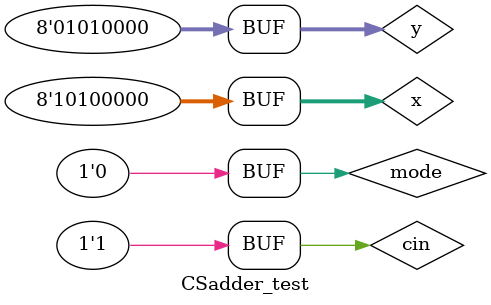
<source format=v>
`timescale 1ns / 1ps

module CSadder_test;

    reg [7:0] x;
    reg [7:0] y;
    reg mode;
    reg cin;
    wire [7:0] sum;
    wire cout;

CSadder UUT(

    .x(x),
    .y(y),
    .mode(mode),
    .cin(cin),
    .sum(sum),
    .cout(cout) 
);

initial 
begin 
    x<=8'd127;
    y<=8'd1;
    mode<=0;
    cin<=0;
    #100;
    x<=8'b00001101;
    y<=8'b01010101;
    mode<=0;
    cin<=1;
    #100;
    x<=8'd255;
    y<=0;
    mode<=0;
    cin<=1;
    #100;
    x<=8'd127;
    y<=8'd126;
    mode<=1;
    cin<=1;
    #100;
    x<=8'b00001010;
    y<=8'b00000101;
    cin<=1;
    mode<=1;
    #100;
    x<=8'b10100000;
    y<=8'b01010000;
    mode<=0;
    cin<=1;
    #100;
end 
endmodule

</source>
